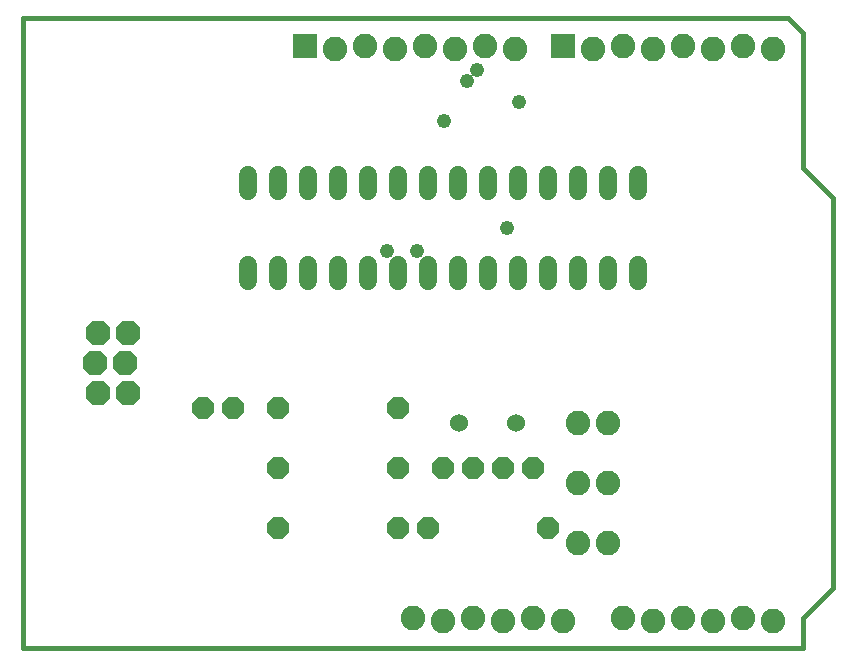
<source format=gbs>
G75*
%MOIN*%
%OFA0B0*%
%FSLAX25Y25*%
%IPPOS*%
%LPD*%
%AMOC8*
5,1,8,0,0,1.08239X$1,22.5*
%
%ADD10C,0.01600*%
%ADD11OC8,0.07100*%
%ADD12C,0.06000*%
%ADD13OC8,0.08200*%
%ADD14C,0.08200*%
%ADD15C,0.06000*%
%ADD16OC8,0.07400*%
%ADD17C,0.00000*%
%ADD18R,0.08200X0.08200*%
%ADD19C,0.04800*%
D10*
X0005000Y0005000D02*
X0005000Y0215000D01*
X0260000Y0215000D01*
X0265000Y0210000D01*
X0265000Y0165000D01*
X0275000Y0155000D01*
X0275000Y0025000D01*
X0265000Y0015000D01*
X0265000Y0005000D01*
X0005000Y0005000D01*
D11*
X0065000Y0085000D03*
X0075000Y0085000D03*
X0145000Y0065000D03*
X0155000Y0065000D03*
X0165000Y0065000D03*
X0175000Y0065000D03*
D12*
X0170000Y0127400D02*
X0170000Y0132600D01*
X0160000Y0132600D02*
X0160000Y0127400D01*
X0150000Y0127400D02*
X0150000Y0132600D01*
X0140000Y0132600D02*
X0140000Y0127400D01*
X0130000Y0127400D02*
X0130000Y0132600D01*
X0120000Y0132600D02*
X0120000Y0127400D01*
X0110000Y0127400D02*
X0110000Y0132600D01*
X0100000Y0132600D02*
X0100000Y0127400D01*
X0090000Y0127400D02*
X0090000Y0132600D01*
X0080000Y0132600D02*
X0080000Y0127400D01*
X0080000Y0157400D02*
X0080000Y0162600D01*
X0090000Y0162600D02*
X0090000Y0157400D01*
X0100000Y0157400D02*
X0100000Y0162600D01*
X0110000Y0162600D02*
X0110000Y0157400D01*
X0120000Y0157400D02*
X0120000Y0162600D01*
X0130000Y0162600D02*
X0130000Y0157400D01*
X0140000Y0157400D02*
X0140000Y0162600D01*
X0150000Y0162600D02*
X0150000Y0157400D01*
X0160000Y0157400D02*
X0160000Y0162600D01*
X0170000Y0162600D02*
X0170000Y0157400D01*
X0180000Y0157400D02*
X0180000Y0162600D01*
X0190000Y0162600D02*
X0190000Y0157400D01*
X0200000Y0157400D02*
X0200000Y0162600D01*
X0210000Y0162600D02*
X0210000Y0157400D01*
X0210000Y0132600D02*
X0210000Y0127400D01*
X0200000Y0127400D02*
X0200000Y0132600D01*
X0190000Y0132600D02*
X0190000Y0127400D01*
X0180000Y0127400D02*
X0180000Y0132600D01*
D13*
X0040000Y0110000D03*
X0030000Y0110000D03*
X0029000Y0100000D03*
X0039000Y0100000D03*
X0040000Y0090000D03*
X0030000Y0090000D03*
D14*
X0135000Y0015000D03*
X0145000Y0014000D03*
X0155000Y0015000D03*
X0165000Y0014000D03*
X0175000Y0015000D03*
X0185000Y0014000D03*
X0205000Y0015000D03*
X0215000Y0014000D03*
X0225000Y0015000D03*
X0235000Y0014000D03*
X0245000Y0015000D03*
X0255000Y0014000D03*
X0200000Y0040000D03*
X0190000Y0040000D03*
X0190000Y0060000D03*
X0200000Y0060000D03*
X0200000Y0080000D03*
X0190000Y0080000D03*
X0195000Y0204500D03*
X0205000Y0205500D03*
X0215000Y0204500D03*
X0225000Y0205500D03*
X0235000Y0204500D03*
X0245000Y0205500D03*
X0255000Y0204500D03*
X0169000Y0204500D03*
X0159000Y0205500D03*
X0149000Y0204500D03*
X0139000Y0205500D03*
X0129000Y0204500D03*
X0119000Y0205500D03*
X0109000Y0204500D03*
D15*
X0150500Y0080000D03*
X0169500Y0080000D03*
D16*
X0130000Y0085000D03*
X0130000Y0065000D03*
X0130000Y0045000D03*
X0140000Y0045000D03*
X0180000Y0045000D03*
X0090000Y0045000D03*
X0090000Y0065000D03*
X0090000Y0085000D03*
D17*
X0005000Y0005000D02*
X0005000Y0215000D01*
X0259000Y0215000D01*
X0265000Y0209000D01*
X0265000Y0164000D01*
X0275000Y0154000D01*
X0275000Y0025000D01*
X0265000Y0015000D01*
X0265000Y0005000D01*
X0005000Y0005000D01*
D18*
X0099000Y0205500D03*
X0185000Y0205500D03*
D19*
X0170275Y0186800D03*
X0156350Y0197600D03*
X0153225Y0193950D03*
X0145400Y0180500D03*
X0166500Y0144900D03*
X0136400Y0137300D03*
X0126500Y0137300D03*
M02*

</source>
